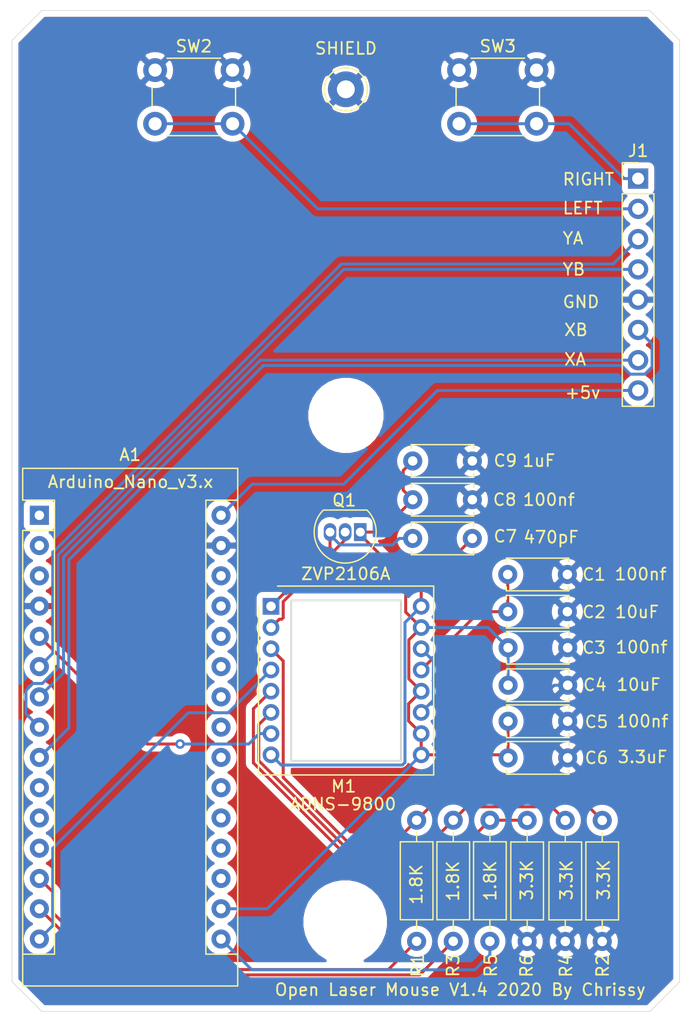
<source format=kicad_pcb>
(kicad_pcb (version 20171130) (host pcbnew "(5.1.4-0-10_14)")
  (layers (0 F.Cu signal) (31 B.Cu signal) (34 B.Paste user) (35 F.Paste user) (36 B.SilkS user) (37 F.SilkS user) (38 B.Mask user) (39 F.Mask user) (44 Edge.Cuts user))
  (net 0 "")
  (net 1 MOTION)
  (net 2 MOSI)
  (net 3 SCLK)
  (net 4 MISO)
  (net 5 NCS)
  (net 6 LASER_NEN)
  (net 7 HQ_PULSE)
  (net 8 VQ_PULSE)
  (net 9 H_PULSE)
  (net 10 V_PULSE)
  (net 11 B1_LEFT)
  (net 12 B2_RIGHT)
  (net 13 +5V)
  (net 14 GND)
  (net 15 SCLK-H)
  (net 16 MOSI-H)
  (net 17 NCS-H)
  (net 18 +3V3)
  (net 19 "Net-(A1-Pad1)")
  (net 20 "Net-(C1-Pad1)")
  (net 21 "Net-(C7-Pad2)")
  (net 22 "Net-(C7-Pad1)")
  (net 23 "Net-(A1-Pad28)")
  (net 24 "Net-(A1-Pad12)")
  (net 25 "Net-(A1-Pad27)")
  (net 26 "Net-(A1-Pad11)")
  (net 27 "Net-(A1-Pad26)")
  (net 28 "Net-(A1-Pad10)")
  (net 29 "Net-(A1-Pad25)")
  (net 30 "Net-(A1-Pad24)")
  (net 31 "Net-(A1-Pad23)")
  (net 32 "Net-(A1-Pad22)")
  (net 33 "Net-(A1-Pad21)")
  (net 34 "Net-(A1-Pad20)")
  (net 35 "Net-(A1-Pad19)")
  (net 36 "Net-(A1-Pad3)")
  (net 37 "Net-(A1-Pad18)")
  (net 38 "Net-(A1-Pad2)")
  (module Capacitor_THT:C_Disc_D5.0mm_W2.5mm_P5.00mm (layer F.Cu) (at 81.6102 99.6442)
    (fp_text reference C5 (at 7.4168 0.0508) (layer F.SilkS))
    (fp_text value 100nf (at 11.2776 0) (layer F.SilkS))
    (fp_line (start 5.12 1.055) (end 5.12 1.37) (layer F.SilkS) (width 0.12))
    (fp_line (start 5.12 -1.37) (end 5.12 -1.055) (layer F.SilkS) (width 0.12))
    (fp_line (start -0.12 1.055) (end -0.12 1.37) (layer F.SilkS) (width 0.12))
    (fp_line (start -0.12 -1.37) (end -0.12 -1.055) (layer F.SilkS) (width 0.12))
    (fp_line (start -0.12 1.37) (end 5.12 1.37) (layer F.SilkS) (width 0.12))
    (fp_line (start -0.12 -1.37) (end 5.12 -1.37) (layer F.SilkS) (width 0.12))
    (pad 2 thru_hole circle (at 5 0) (size 1.6 1.6) (drill 0.8) (layers *.Cu *.Mask) (net 14 GND))
    (pad 1 thru_hole circle (at 0 0) (size 1.6 1.6) (drill 0.8) (layers *.Cu *.Mask) (net 18 +3V3))
  )
  (module Capacitor_THT:C_Disc_D5.0mm_W2.5mm_P5.00mm (layer F.Cu) (at 78.613 77.8002 180)
    (fp_text reference C9 (at -2.7686 0.0254 180) (layer F.SilkS))
    (fp_text value 1uF (at -5.588 0.0254 180) (layer F.SilkS))
    (fp_line (start -0.12 -1.37) (end 5.12 -1.37) (layer F.SilkS) (width 0.12))
    (fp_line (start -0.12 1.37) (end 5.12 1.37) (layer F.SilkS) (width 0.12))
    (fp_line (start -0.12 -1.37) (end -0.12 -1.055) (layer F.SilkS) (width 0.12))
    (fp_line (start -0.12 1.055) (end -0.12 1.37) (layer F.SilkS) (width 0.12))
    (fp_line (start 5.12 -1.37) (end 5.12 -1.055) (layer F.SilkS) (width 0.12))
    (fp_line (start 5.12 1.055) (end 5.12 1.37) (layer F.SilkS) (width 0.12))
    (pad 1 thru_hole circle (at 0 0 180) (size 1.6 1.6) (drill 0.8) (layers *.Cu *.Mask) (net 14 GND))
    (pad 2 thru_hole circle (at 5 0 180) (size 1.6 1.6) (drill 0.8) (layers *.Cu *.Mask) (net 18 +3V3))
  )
  (module Module:Arduino_Nano (layer F.Cu) (at 42.291 82.3595)
    (fp_text reference A1 (at 7.62 -5.08) (layer F.SilkS))
    (fp_text value Arduino_Nano_v3.x (at 7.6454 -2.8067 180) (layer F.SilkS))
    (fp_line (start 16.64 -3.94) (end -1.4 -3.94) (layer F.SilkS) (width 0.12))
    (fp_line (start 16.64 39.5) (end 16.64 -3.94) (layer F.SilkS) (width 0.12))
    (fp_line (start -1.4 39.5) (end 16.64 39.5) (layer F.SilkS) (width 0.12))
    (fp_line (start 1.27 36.83) (end -1.4 36.83) (layer F.SilkS) (width 0.12))
    (fp_line (start 1.27 1.27) (end 1.27 36.83) (layer F.SilkS) (width 0.12))
    (fp_line (start 1.27 1.27) (end -1.4 1.27) (layer F.SilkS) (width 0.12))
    (fp_line (start 13.97 36.83) (end 16.64 36.83) (layer F.SilkS) (width 0.12))
    (fp_line (start 13.97 -1.27) (end 13.97 36.83) (layer F.SilkS) (width 0.12))
    (fp_line (start 13.97 -1.27) (end 16.64 -1.27) (layer F.SilkS) (width 0.12))
    (fp_line (start -1.4 -3.94) (end -1.4 -1.27) (layer F.SilkS) (width 0.12))
    (fp_line (start -1.4 1.27) (end -1.4 39.5) (layer F.SilkS) (width 0.12))
    (fp_line (start 1.27 -1.27) (end -1.4 -1.27) (layer F.SilkS) (width 0.12))
    (fp_line (start 1.27 1.27) (end 1.27 -1.27) (layer F.SilkS) (width 0.12))
    (pad 16 thru_hole oval (at 15.24 35.56) (size 1.6 1.6) (drill 0.8) (layers *.Cu *.Mask) (net 15 SCLK-H))
    (pad 15 thru_hole oval (at 0 35.56) (size 1.6 1.6) (drill 0.8) (layers *.Cu *.Mask) (net 4 MISO))
    (pad 30 thru_hole oval (at 15.24 0) (size 1.6 1.6) (drill 0.8) (layers *.Cu *.Mask) (net 13 +5V))
    (pad 14 thru_hole oval (at 0 33.02) (size 1.6 1.6) (drill 0.8) (layers *.Cu *.Mask) (net 16 MOSI-H))
    (pad 29 thru_hole oval (at 15.24 2.54) (size 1.6 1.6) (drill 0.8) (layers *.Cu *.Mask) (net 14 GND))
    (pad 13 thru_hole oval (at 0 30.48) (size 1.6 1.6) (drill 0.8) (layers *.Cu *.Mask) (net 17 NCS-H))
    (pad 28 thru_hole oval (at 15.24 5.08) (size 1.6 1.6) (drill 0.8) (layers *.Cu *.Mask) (net 23 "Net-(A1-Pad28)"))
    (pad 12 thru_hole oval (at 0 27.94) (size 1.6 1.6) (drill 0.8) (layers *.Cu *.Mask) (net 24 "Net-(A1-Pad12)"))
    (pad 27 thru_hole oval (at 15.24 7.62) (size 1.6 1.6) (drill 0.8) (layers *.Cu *.Mask) (net 25 "Net-(A1-Pad27)"))
    (pad 11 thru_hole oval (at 0 25.4) (size 1.6 1.6) (drill 0.8) (layers *.Cu *.Mask) (net 26 "Net-(A1-Pad11)"))
    (pad 26 thru_hole oval (at 15.24 10.16) (size 1.6 1.6) (drill 0.8) (layers *.Cu *.Mask) (net 27 "Net-(A1-Pad26)"))
    (pad 10 thru_hole oval (at 0 22.86) (size 1.6 1.6) (drill 0.8) (layers *.Cu *.Mask) (net 28 "Net-(A1-Pad10)"))
    (pad 25 thru_hole oval (at 15.24 12.7) (size 1.6 1.6) (drill 0.8) (layers *.Cu *.Mask) (net 29 "Net-(A1-Pad25)"))
    (pad 9 thru_hole oval (at 0 20.32) (size 1.6 1.6) (drill 0.8) (layers *.Cu *.Mask) (net 7 HQ_PULSE))
    (pad 24 thru_hole oval (at 15.24 15.24) (size 1.6 1.6) (drill 0.8) (layers *.Cu *.Mask) (net 30 "Net-(A1-Pad24)"))
    (pad 8 thru_hole oval (at 0 17.78) (size 1.6 1.6) (drill 0.8) (layers *.Cu *.Mask) (net 8 VQ_PULSE))
    (pad 23 thru_hole oval (at 15.24 17.78) (size 1.6 1.6) (drill 0.8) (layers *.Cu *.Mask) (net 31 "Net-(A1-Pad23)"))
    (pad 7 thru_hole oval (at 0 15.24) (size 1.6 1.6) (drill 0.8) (layers *.Cu *.Mask) (net 9 H_PULSE))
    (pad 22 thru_hole oval (at 15.24 20.32) (size 1.6 1.6) (drill 0.8) (layers *.Cu *.Mask) (net 32 "Net-(A1-Pad22)"))
    (pad 6 thru_hole oval (at 0 12.7) (size 1.6 1.6) (drill 0.8) (layers *.Cu *.Mask) (net 10 V_PULSE))
    (pad 21 thru_hole oval (at 15.24 22.86) (size 1.6 1.6) (drill 0.8) (layers *.Cu *.Mask) (net 33 "Net-(A1-Pad21)"))
    (pad 5 thru_hole oval (at 0 10.16) (size 1.6 1.6) (drill 0.8) (layers *.Cu *.Mask) (net 1 MOTION))
    (pad 20 thru_hole oval (at 15.24 25.4) (size 1.6 1.6) (drill 0.8) (layers *.Cu *.Mask) (net 34 "Net-(A1-Pad20)"))
    (pad 4 thru_hole oval (at 0 7.62) (size 1.6 1.6) (drill 0.8) (layers *.Cu *.Mask) (net 14 GND))
    (pad 19 thru_hole oval (at 15.24 27.94) (size 1.6 1.6) (drill 0.8) (layers *.Cu *.Mask) (net 35 "Net-(A1-Pad19)"))
    (pad 3 thru_hole oval (at 0 5.08) (size 1.6 1.6) (drill 0.8) (layers *.Cu *.Mask) (net 36 "Net-(A1-Pad3)"))
    (pad 18 thru_hole oval (at 15.24 30.48) (size 1.6 1.6) (drill 0.8) (layers *.Cu *.Mask) (net 37 "Net-(A1-Pad18)"))
    (pad 2 thru_hole oval (at 0 2.54) (size 1.6 1.6) (drill 0.8) (layers *.Cu *.Mask) (net 38 "Net-(A1-Pad2)"))
    (pad 17 thru_hole oval (at 15.24 33.02) (size 1.6 1.6) (drill 0.8) (layers *.Cu *.Mask) (net 18 +3V3))
    (pad 1 thru_hole rect (at 0 0) (size 1.6 1.6) (drill 0.8) (layers *.Cu *.Mask) (net 19 "Net-(A1-Pad1)"))
  )
  (module Package_TO_SOT_THT:TO-92_Inline (layer F.Cu) (at 69.215 83.7692 180)
    (fp_text reference Q1 (at 1.3462 2.667 180) (layer F.SilkS))
    (fp_text value ZVP2106A (at 1.2192 -3.5052) (layer F.SilkS))
    (fp_arc (start 1.27 0) (end 1.27 -2.6) (angle 135) (layer F.SilkS) (width 0.12))
    (fp_arc (start 1.27 0) (end 1.27 -2.6) (angle -135) (layer F.SilkS) (width 0.12))
    (fp_line (start -0.53 1.85) (end 3.07 1.85) (layer F.SilkS) (width 0.12))
    (pad S thru_hole rect (at 0 0 180) (size 1.05 1.5) (drill 0.75) (layers *.Cu *.Mask) (net 18 +3V3))
    (pad D thru_hole oval (at 2.54 0 180) (size 1.05 1.5) (drill 0.75) (layers *.Cu *.Mask) (net 22 "Net-(C7-Pad1)"))
    (pad G thru_hole oval (at 1.27 0 180) (size 1.05 1.5) (drill 0.75) (layers *.Cu *.Mask) (net 6 LASER_NEN))
  )
  (module Resistor_THT:R_Axial_DIN0207_L6.3mm_D2.5mm_P10.16mm_Horizontal (layer F.Cu) (at 83.2104 118.1227 90)
    (fp_text reference R6 (at -2.0447 -0.0508 90) (layer F.SilkS))
    (fp_text value 3.3K (at 5.1435 -0.0254 90) (layer F.SilkS))
    (fp_line (start 9.12 0) (end 8.35 0) (layer F.SilkS) (width 0.12))
    (fp_line (start 1.04 0) (end 1.81 0) (layer F.SilkS) (width 0.12))
    (fp_line (start 8.35 -1.37) (end 1.81 -1.37) (layer F.SilkS) (width 0.12))
    (fp_line (start 8.35 1.37) (end 8.35 -1.37) (layer F.SilkS) (width 0.12))
    (fp_line (start 1.81 1.37) (end 8.35 1.37) (layer F.SilkS) (width 0.12))
    (fp_line (start 1.81 -1.37) (end 1.81 1.37) (layer F.SilkS) (width 0.12))
    (pad 2 thru_hole oval (at 10.16 0 90) (size 1.6 1.6) (drill 0.8) (layers *.Cu *.Mask) (net 3 SCLK))
    (pad 1 thru_hole circle (at 0 0 90) (size 1.6 1.6) (drill 0.8) (layers *.Cu *.Mask) (net 14 GND))
  )
  (module Resistor_THT:R_Axial_DIN0207_L6.3mm_D2.5mm_P10.16mm_Horizontal (layer F.Cu) (at 80.0862 107.95 270)
    (fp_text reference R5 (at 12.192 -0.0762 270) (layer F.SilkS))
    (fp_text value 1.8K (at 5.08 -0.0254 270) (layer F.SilkS))
    (fp_line (start 9.12 0) (end 8.35 0) (layer F.SilkS) (width 0.12))
    (fp_line (start 1.04 0) (end 1.81 0) (layer F.SilkS) (width 0.12))
    (fp_line (start 8.35 -1.37) (end 1.81 -1.37) (layer F.SilkS) (width 0.12))
    (fp_line (start 8.35 1.37) (end 8.35 -1.37) (layer F.SilkS) (width 0.12))
    (fp_line (start 1.81 1.37) (end 8.35 1.37) (layer F.SilkS) (width 0.12))
    (fp_line (start 1.81 -1.37) (end 1.81 1.37) (layer F.SilkS) (width 0.12))
    (pad 2 thru_hole oval (at 10.16 0 270) (size 1.6 1.6) (drill 0.8) (layers *.Cu *.Mask) (net 15 SCLK-H))
    (pad 1 thru_hole circle (at 0 0 270) (size 1.6 1.6) (drill 0.8) (layers *.Cu *.Mask) (net 3 SCLK))
  )
  (module Resistor_THT:R_Axial_DIN0207_L6.3mm_D2.5mm_P10.16mm_Horizontal (layer F.Cu) (at 86.4108 118.1227 90)
    (fp_text reference R4 (at -2.0447 0.063 90) (layer F.SilkS))
    (fp_text value 3.3K (at 5.1435 0.1016 90) (layer F.SilkS))
    (fp_line (start 9.12 0) (end 8.35 0) (layer F.SilkS) (width 0.12))
    (fp_line (start 1.04 0) (end 1.81 0) (layer F.SilkS) (width 0.12))
    (fp_line (start 8.35 -1.37) (end 1.81 -1.37) (layer F.SilkS) (width 0.12))
    (fp_line (start 8.35 1.37) (end 8.35 -1.37) (layer F.SilkS) (width 0.12))
    (fp_line (start 1.81 1.37) (end 8.35 1.37) (layer F.SilkS) (width 0.12))
    (fp_line (start 1.81 -1.37) (end 1.81 1.37) (layer F.SilkS) (width 0.12))
    (pad 2 thru_hole oval (at 10.16 0 90) (size 1.6 1.6) (drill 0.8) (layers *.Cu *.Mask) (net 2 MOSI))
    (pad 1 thru_hole circle (at 0 0 90) (size 1.6 1.6) (drill 0.8) (layers *.Cu *.Mask) (net 14 GND))
  )
  (module Resistor_THT:R_Axial_DIN0207_L6.3mm_D2.5mm_P10.16mm_Horizontal (layer F.Cu) (at 77.0128 107.95 270)
    (fp_text reference R3 (at 12.192 0.0122 270) (layer F.SilkS))
    (fp_text value 1.8K (at 5.1054 0.0254 270) (layer F.SilkS))
    (fp_line (start 9.12 0) (end 8.35 0) (layer F.SilkS) (width 0.12))
    (fp_line (start 1.04 0) (end 1.81 0) (layer F.SilkS) (width 0.12))
    (fp_line (start 8.35 -1.37) (end 1.81 -1.37) (layer F.SilkS) (width 0.12))
    (fp_line (start 8.35 1.37) (end 8.35 -1.37) (layer F.SilkS) (width 0.12))
    (fp_line (start 1.81 1.37) (end 8.35 1.37) (layer F.SilkS) (width 0.12))
    (fp_line (start 1.81 -1.37) (end 1.81 1.37) (layer F.SilkS) (width 0.12))
    (pad 2 thru_hole oval (at 10.16 0 270) (size 1.6 1.6) (drill 0.8) (layers *.Cu *.Mask) (net 16 MOSI-H))
    (pad 1 thru_hole circle (at 0 0 270) (size 1.6 1.6) (drill 0.8) (layers *.Cu *.Mask) (net 2 MOSI))
  )
  (module Resistor_THT:R_Axial_DIN0207_L6.3mm_D2.5mm_P10.16mm_Horizontal (layer F.Cu) (at 89.5096 118.1227 90)
    (fp_text reference R2 (at -2.0447 0.0376 90) (layer F.SilkS))
    (fp_text value 3.3K (at 5.1689 0.127 90) (layer F.SilkS))
    (fp_line (start 9.12 0) (end 8.35 0) (layer F.SilkS) (width 0.12))
    (fp_line (start 1.04 0) (end 1.81 0) (layer F.SilkS) (width 0.12))
    (fp_line (start 8.35 -1.37) (end 1.81 -1.37) (layer F.SilkS) (width 0.12))
    (fp_line (start 8.35 1.37) (end 8.35 -1.37) (layer F.SilkS) (width 0.12))
    (fp_line (start 1.81 1.37) (end 8.35 1.37) (layer F.SilkS) (width 0.12))
    (fp_line (start 1.81 -1.37) (end 1.81 1.37) (layer F.SilkS) (width 0.12))
    (pad 2 thru_hole oval (at 10.16 0 90) (size 1.6 1.6) (drill 0.8) (layers *.Cu *.Mask) (net 5 NCS))
    (pad 1 thru_hole circle (at 0 0 90) (size 1.6 1.6) (drill 0.8) (layers *.Cu *.Mask) (net 14 GND))
  )
  (module Resistor_THT:R_Axial_DIN0207_L6.3mm_D2.5mm_P10.16mm_Horizontal (layer F.Cu) (at 73.9394 107.95 270)
    (fp_text reference R1 (at 12.192 -0.0894 270) (layer F.SilkS))
    (fp_text value 1.8K (at 5.3848 0.0254 270) (layer F.SilkS))
    (fp_line (start 9.12 0) (end 8.35 0) (layer F.SilkS) (width 0.12))
    (fp_line (start 1.04 0) (end 1.81 0) (layer F.SilkS) (width 0.12))
    (fp_line (start 8.35 -1.37) (end 1.81 -1.37) (layer F.SilkS) (width 0.12))
    (fp_line (start 8.35 1.37) (end 8.35 -1.37) (layer F.SilkS) (width 0.12))
    (fp_line (start 1.81 1.37) (end 8.35 1.37) (layer F.SilkS) (width 0.12))
    (fp_line (start 1.81 -1.37) (end 1.81 1.37) (layer F.SilkS) (width 0.12))
    (pad 2 thru_hole oval (at 10.16 0 270) (size 1.6 1.6) (drill 0.8) (layers *.Cu *.Mask) (net 17 NCS-H))
    (pad 1 thru_hole circle (at 0 0 270) (size 1.6 1.6) (drill 0.8) (layers *.Cu *.Mask) (net 5 NCS))
  )
  (module Capacitor_THT:C_Disc_D5.0mm_W2.5mm_P5.00mm (layer F.Cu) (at 78.613 81.0514 180)
    (fp_text reference C8 (at -2.7178 0 180) (layer F.SilkS))
    (fp_text value 100nf (at -6.4262 0 180) (layer F.SilkS))
    (fp_line (start 5.12 1.055) (end 5.12 1.37) (layer F.SilkS) (width 0.12))
    (fp_line (start 5.12 -1.37) (end 5.12 -1.055) (layer F.SilkS) (width 0.12))
    (fp_line (start -0.12 1.055) (end -0.12 1.37) (layer F.SilkS) (width 0.12))
    (fp_line (start -0.12 -1.37) (end -0.12 -1.055) (layer F.SilkS) (width 0.12))
    (fp_line (start -0.12 1.37) (end 5.12 1.37) (layer F.SilkS) (width 0.12))
    (fp_line (start -0.12 -1.37) (end 5.12 -1.37) (layer F.SilkS) (width 0.12))
    (pad 2 thru_hole circle (at 5 0 180) (size 1.6 1.6) (drill 0.8) (layers *.Cu *.Mask) (net 18 +3V3))
    (pad 1 thru_hole circle (at 0 0 180) (size 1.6 1.6) (drill 0.8) (layers *.Cu *.Mask) (net 14 GND))
  )
  (module Capacitor_THT:C_Disc_D5.0mm_W2.5mm_P5.00mm (layer F.Cu) (at 73.6092 84.3026)
    (fp_text reference C7 (at 7.7724 -0.1778) (layer F.SilkS))
    (fp_text value 470pF (at 11.6078 -0.1016) (layer F.SilkS))
    (fp_line (start 5.12 1.055) (end 5.12 1.37) (layer F.SilkS) (width 0.12))
    (fp_line (start 5.12 -1.37) (end 5.12 -1.055) (layer F.SilkS) (width 0.12))
    (fp_line (start -0.12 1.055) (end -0.12 1.37) (layer F.SilkS) (width 0.12))
    (fp_line (start -0.12 -1.37) (end -0.12 -1.055) (layer F.SilkS) (width 0.12))
    (fp_line (start -0.12 1.37) (end 5.12 1.37) (layer F.SilkS) (width 0.12))
    (fp_line (start -0.12 -1.37) (end 5.12 -1.37) (layer F.SilkS) (width 0.12))
    (pad 2 thru_hole circle (at 5 0) (size 1.6 1.6) (drill 0.8) (layers *.Cu *.Mask) (net 21 "Net-(C7-Pad2)"))
    (pad 1 thru_hole circle (at 0 0) (size 1.6 1.6) (drill 0.8) (layers *.Cu *.Mask) (net 22 "Net-(C7-Pad1)"))
  )
  (module Capacitor_THT:C_Disc_D5.0mm_W2.5mm_P5.00mm (layer F.Cu) (at 81.6102 102.7176)
    (fp_text reference C6 (at 7.4168 0) (layer F.SilkS))
    (fp_text value 3.3uF (at 11.2776 -0.0762) (layer F.SilkS))
    (fp_line (start 5.12 1.055) (end 5.12 1.37) (layer F.SilkS) (width 0.12))
    (fp_line (start 5.12 -1.37) (end 5.12 -1.055) (layer F.SilkS) (width 0.12))
    (fp_line (start -0.12 1.055) (end -0.12 1.37) (layer F.SilkS) (width 0.12))
    (fp_line (start -0.12 -1.37) (end -0.12 -1.055) (layer F.SilkS) (width 0.12))
    (fp_line (start -0.12 1.37) (end 5.12 1.37) (layer F.SilkS) (width 0.12))
    (fp_line (start -0.12 -1.37) (end 5.12 -1.37) (layer F.SilkS) (width 0.12))
    (pad 2 thru_hole circle (at 5 0) (size 1.6 1.6) (drill 0.8) (layers *.Cu *.Mask) (net 14 GND))
    (pad 1 thru_hole circle (at 0 0) (size 1.6 1.6) (drill 0.8) (layers *.Cu *.Mask) (net 18 +3V3))
  )
  (module Capacitor_THT:C_Disc_D5.0mm_W2.5mm_P5.00mm (layer F.Cu) (at 86.614 96.6216 180)
    (fp_text reference C4 (at -2.286 0.0254 180) (layer F.SilkS))
    (fp_text value 10uF (at -5.9436 0.0508 180) (layer F.SilkS))
    (fp_line (start 5.12 1.055) (end 5.12 1.37) (layer F.SilkS) (width 0.12))
    (fp_line (start 5.12 -1.37) (end 5.12 -1.055) (layer F.SilkS) (width 0.12))
    (fp_line (start -0.12 1.055) (end -0.12 1.37) (layer F.SilkS) (width 0.12))
    (fp_line (start -0.12 -1.37) (end -0.12 -1.055) (layer F.SilkS) (width 0.12))
    (fp_line (start -0.12 1.37) (end 5.12 1.37) (layer F.SilkS) (width 0.12))
    (fp_line (start -0.12 -1.37) (end 5.12 -1.37) (layer F.SilkS) (width 0.12))
    (pad 2 thru_hole circle (at 5 0 180) (size 1.6 1.6) (drill 0.8) (layers *.Cu *.Mask) (net 18 +3V3))
    (pad 1 thru_hole circle (at 0 0 180) (size 1.6 1.6) (drill 0.8) (layers *.Cu *.Mask) (net 14 GND))
  )
  (module Capacitor_THT:C_Disc_D5.0mm_W2.5mm_P5.00mm (layer F.Cu) (at 86.614 93.472 180)
    (fp_text reference C3 (at -2.2098 0 180) (layer F.SilkS))
    (fp_text value 100nf (at -6.1976 0.0508 180) (layer F.SilkS))
    (fp_line (start 5.12 1.055) (end 5.12 1.37) (layer F.SilkS) (width 0.12))
    (fp_line (start 5.12 -1.37) (end 5.12 -1.055) (layer F.SilkS) (width 0.12))
    (fp_line (start -0.12 1.055) (end -0.12 1.37) (layer F.SilkS) (width 0.12))
    (fp_line (start -0.12 -1.37) (end -0.12 -1.055) (layer F.SilkS) (width 0.12))
    (fp_line (start -0.12 1.37) (end 5.12 1.37) (layer F.SilkS) (width 0.12))
    (fp_line (start -0.12 -1.37) (end 5.12 -1.37) (layer F.SilkS) (width 0.12))
    (pad 2 thru_hole circle (at 5 0 180) (size 1.6 1.6) (drill 0.8) (layers *.Cu *.Mask) (net 18 +3V3))
    (pad 1 thru_hole circle (at 0 0 180) (size 1.6 1.6) (drill 0.8) (layers *.Cu *.Mask) (net 14 GND))
  )
  (module Capacitor_THT:C_Disc_D5.0mm_W2.5mm_P5.00mm (layer F.Cu) (at 81.5848 90.4494)
    (fp_text reference C2 (at 7.239 0.0254) (layer F.SilkS))
    (fp_text value 10uF (at 10.8458 0.0254) (layer F.SilkS))
    (fp_line (start 5.12 1.055) (end 5.12 1.37) (layer F.SilkS) (width 0.12))
    (fp_line (start 5.12 -1.37) (end 5.12 -1.055) (layer F.SilkS) (width 0.12))
    (fp_line (start -0.12 1.055) (end -0.12 1.37) (layer F.SilkS) (width 0.12))
    (fp_line (start -0.12 -1.37) (end -0.12 -1.055) (layer F.SilkS) (width 0.12))
    (fp_line (start -0.12 1.37) (end 5.12 1.37) (layer F.SilkS) (width 0.12))
    (fp_line (start -0.12 -1.37) (end 5.12 -1.37) (layer F.SilkS) (width 0.12))
    (pad 2 thru_hole circle (at 5 0) (size 1.6 1.6) (drill 0.8) (layers *.Cu *.Mask) (net 14 GND))
    (pad 1 thru_hole circle (at 0 0) (size 1.6 1.6) (drill 0.8) (layers *.Cu *.Mask) (net 20 "Net-(C1-Pad1)"))
  )
  (module Capacitor_THT:C_Disc_D5.0mm_W2.5mm_P5.00mm (layer F.Cu) (at 81.5848 87.3252)
    (fp_text reference C1 (at 7.239 0) (layer F.SilkS))
    (fp_text value 100nf (at 11.1506 -0.0254) (layer F.SilkS))
    (fp_line (start 5.12 1.055) (end 5.12 1.37) (layer F.SilkS) (width 0.12))
    (fp_line (start 5.12 -1.37) (end 5.12 -1.055) (layer F.SilkS) (width 0.12))
    (fp_line (start -0.12 1.055) (end -0.12 1.37) (layer F.SilkS) (width 0.12))
    (fp_line (start -0.12 -1.37) (end -0.12 -1.055) (layer F.SilkS) (width 0.12))
    (fp_line (start -0.12 1.37) (end 5.12 1.37) (layer F.SilkS) (width 0.12))
    (fp_line (start -0.12 -1.37) (end 5.12 -1.37) (layer F.SilkS) (width 0.12))
    (pad 2 thru_hole circle (at 5 0) (size 1.6 1.6) (drill 0.8) (layers *.Cu *.Mask) (net 14 GND))
    (pad 1 thru_hole circle (at 0 0) (size 1.6 1.6) (drill 0.8) (layers *.Cu *.Mask) (net 20 "Net-(C1-Pad1)"))
  )
  (module MountingHole:MountingHole_5.3mm_M5 (layer F.Cu) (at 67.945 116.5)
    (fp_text reference MH2 hide)
    (fp_text value "Mouse Hole 2" hide)
    (pad "" np_thru_hole circle (at 0 0) (size 6 6) (drill 6) (layers *.Cu *.Mask))
  )
  (module MountingHole:MountingHole_5.3mm_M5 (layer F.Cu) (at 68.0085 73.9775)
    (fp_text reference MH1 hide)
    (fp_text value "Mouse Hole 1" hide)
    (pad 1 np_thru_hole circle (at 0 0) (size 5.3 5.3) (drill 5.3) (layers *.Cu *.Mask))
  )
  (module Connector_Pin:Pin_D1.3mm_L11.0mm_LooseFit (layer F.Cu) (at 68 46.609)
    (fp_text reference SH1 hide)
    (fp_text value SHEILD)
    (fp_circle (center 0 0) (end 1.8 0.05) (layer F.SilkS) (width 0.12))
    (pad 1 thru_hole circle (at 0 0) (size 3 3) (drill 1.5) (layers *.Cu *.Mask) (net 14 GND))
  )
  (module Button_Switch_THT:SW_PUSH_6mm (layer F.Cu) (at 77.5 45)
    (fp_text reference SW3 (at 3.25 -2) (layer F.SilkS))
    (fp_text value RIGHT)
    (fp_line (start 6.75 3) (end 6.75 1.5) (layer F.SilkS) (width 0.12))
    (fp_line (start 5.5 -1) (end 1 -1) (layer F.SilkS) (width 0.12))
    (fp_line (start -0.25 1.5) (end -0.25 3) (layer F.SilkS) (width 0.12))
    (fp_line (start 1 5.5) (end 5.5 5.5) (layer F.SilkS) (width 0.12))
    (pad 1 thru_hole circle (at 6.5 0 90) (size 2 2) (drill 1.1) (layers *.Cu *.Mask) (net 14 GND))
    (pad 2 thru_hole circle (at 6.5 4.5 90) (size 2 2) (drill 1.1) (layers *.Cu *.Mask) (net 12 B2_RIGHT))
    (pad 1 thru_hole circle (at 0 0 90) (size 2 2) (drill 1.1) (layers *.Cu *.Mask) (net 14 GND))
    (pad 2 thru_hole circle (at 0 4.5 90) (size 2 2) (drill 1.1) (layers *.Cu *.Mask) (net 12 B2_RIGHT))
  )
  (module Button_Switch_THT:SW_PUSH_6mm (layer F.Cu) (at 52 45)
    (fp_text reference SW2 (at 3.25 -2) (layer F.SilkS))
    (fp_text value LEFT)
    (fp_line (start 6.75 3) (end 6.75 1.5) (layer F.SilkS) (width 0.12))
    (fp_line (start 5.5 -1) (end 1 -1) (layer F.SilkS) (width 0.12))
    (fp_line (start -0.25 1.5) (end -0.25 3) (layer F.SilkS) (width 0.12))
    (fp_line (start 1 5.5) (end 5.5 5.5) (layer F.SilkS) (width 0.12))
    (pad 1 thru_hole circle (at 6.5 0 90) (size 2 2) (drill 1.1) (layers *.Cu *.Mask) (net 14 GND))
    (pad 2 thru_hole circle (at 6.5 4.5 90) (size 2 2) (drill 1.1) (layers *.Cu *.Mask) (net 11 B1_LEFT))
    (pad 1 thru_hole circle (at 0 0 90) (size 2 2) (drill 1.1) (layers *.Cu *.Mask) (net 14 GND))
    (pad 2 thru_hole circle (at 0 4.5 90) (size 2 2) (drill 1.1) (layers *.Cu *.Mask) (net 11 B1_LEFT))
  )
  (module Connector_PinHeader_2.54mm:PinHeader_1x08_P2.54mm_Vertical (layer F.Cu) (at 92.5195 54.102)
    (fp_text reference J1 (at 0 -2.33) (layer F.SilkS))
    (fp_text value Amiga_Conn)
    (fp_line (start -1.33 -1.33) (end 0 -1.33) (layer F.SilkS) (width 0.12))
    (fp_line (start -1.33 0) (end -1.33 -1.33) (layer F.SilkS) (width 0.12))
    (fp_line (start -1.33 1.27) (end 1.33 1.27) (layer F.SilkS) (width 0.12))
    (fp_line (start 1.33 1.27) (end 1.33 19.11) (layer F.SilkS) (width 0.12))
    (fp_line (start -1.33 1.27) (end -1.33 19.11) (layer F.SilkS) (width 0.12))
    (fp_line (start -1.33 19.11) (end 1.33 19.11) (layer F.SilkS) (width 0.12))
    (pad 8 thru_hole oval (at 0 17.78) (size 1.7 1.7) (drill 1) (layers *.Cu *.Mask) (net 13 +5V))
    (pad 7 thru_hole oval (at 0 15.24) (size 1.7 1.7) (drill 1) (layers *.Cu *.Mask) (net 9 H_PULSE))
    (pad 6 thru_hole oval (at 0 12.7) (size 1.7 1.7) (drill 1) (layers *.Cu *.Mask) (net 7 HQ_PULSE))
    (pad 5 thru_hole oval (at 0 10.16) (size 1.7 1.7) (drill 1) (layers *.Cu *.Mask) (net 14 GND))
    (pad 4 thru_hole oval (at 0 7.62) (size 1.7 1.7) (drill 1) (layers *.Cu *.Mask) (net 8 VQ_PULSE))
    (pad 3 thru_hole oval (at 0 5.08) (size 1.7 1.7) (drill 1) (layers *.Cu *.Mask) (net 10 V_PULSE))
    (pad 2 thru_hole oval (at 0 2.54) (size 1.7 1.7) (drill 1) (layers *.Cu *.Mask) (net 11 B1_LEFT))
    (pad 1 thru_hole rect (at 0 0) (size 1.7 1.7) (drill 1) (layers *.Cu *.Mask) (net 12 B2_RIGHT))
  )
  (module OptoDevice:ADNS-9800 (layer F.Cu) (at 61.722 90)
    (fp_text reference M1 (at 6.096 15.1052 180) (layer F.SilkS))
    (fp_text value ADNS-9800 (at 6.0452 16.6038) (layer F.SilkS))
    (fp_line (start 1.7 12.96) (end 1.7 -0.5) (layer Edge.Cuts) (width 0.15))
    (fp_line (start 1.7 -0.5) (end 10.9 -0.5) (layer Edge.Cuts) (width 0.15))
    (fp_line (start 10.9 -0.5) (end 10.9 12.96) (layer Edge.Cuts) (width 0.15))
    (fp_line (start 10.9 12.96) (end 1.7 12.96) (layer Edge.Cuts) (width 0.15))
    (fp_line (start 0.55 -1.7) (end 13.65 -1.7) (layer F.SilkS) (width 0.12))
    (fp_line (start 13.65 -1.7) (end 13.65 14.15) (layer F.SilkS) (width 0.12))
    (fp_line (start 13.65 14.15) (end -1.05 14.15) (layer F.SilkS) (width 0.12))
    (fp_line (start -1.05 14.15) (end -1.05 0) (layer F.SilkS) (width 0.12))
    (pad 16 thru_hole circle (at 12.6 0) (size 1.4 1.4) (drill 0.8) (layers *.Cu *.Mask) (net 21 "Net-(C7-Pad2)"))
    (pad 15 thru_hole circle (at 12.6 1.78) (size 1.4 1.4) (drill 0.8) (layers *.Cu *.Mask) (net 18 +3V3))
    (pad 14 thru_hole circle (at 12.6 3.56) (size 1.4 1.4) (drill 0.8) (layers *.Cu *.Mask) (net 14 GND))
    (pad 13 thru_hole circle (at 12.6 5.34) (size 1.4 1.4) (drill 0.8) (layers *.Cu *.Mask) (net 20 "Net-(C1-Pad1)"))
    (pad 12 thru_hole circle (at 12.6 7.12) (size 1.4 1.4) (drill 0.8) (layers *.Cu *.Mask) (net 18 +3V3))
    (pad 11 thru_hole circle (at 12.6 8.9) (size 1.4 1.4) (drill 0.8) (layers *.Cu *.Mask) (net 14 GND))
    (pad 10 thru_hole circle (at 12.6 10.68) (size 1.4 1.4) (drill 0.8) (layers *.Cu *.Mask) (net 18 +3V3))
    (pad 9 thru_hole circle (at 12.6 12.46) (size 1.4 1.4) (drill 0.8) (layers *.Cu *.Mask) (net 18 +3V3))
    (pad 8 thru_hole circle (at 0 12.46) (size 1.4 1.4) (drill 0.8) (layers *.Cu *.Mask) (net 21 "Net-(C7-Pad2)"))
    (pad 7 thru_hole circle (at 0 10.68) (size 1.4 1.4) (drill 0.8) (layers *.Cu *.Mask) (net 1 MOTION))
    (pad 6 thru_hole circle (at 0 8.9) (size 1.4 1.4) (drill 0.8) (layers *.Cu *.Mask) (net 2 MOSI))
    (pad 5 thru_hole circle (at 0 7.12) (size 1.4 1.4) (drill 0.8) (layers *.Cu *.Mask) (net 3 SCLK))
    (pad 4 thru_hole circle (at 0 5.34) (size 1.4 1.4) (drill 0.8) (layers *.Cu *.Mask) (net 4 MISO))
    (pad 3 thru_hole circle (at 0 3.56) (size 1.4 1.4) (drill 0.8) (layers *.Cu *.Mask) (net 5 NCS))
    (pad 2 thru_hole circle (at 0 1.78) (size 1.4 1.4) (drill 0.8) (layers *.Cu *.Mask) (net 6 LASER_NEN))
    (pad 1 thru_hole rect (at 0 0) (size 1.4 1.4) (drill 0.8) (layers *.Cu *.Mask) (net 22 "Net-(C7-Pad1)"))
  )
  (gr_text SHIELD (at 68.0085 43.18) (layer F.SilkS) (effects (font (size 1 1))))
  (gr_text +5v (at 86.2965 72.0725) (layer F.SilkS) (effects (font (size 1 1)) (justify left)))
  (gr_text XA (at 86.233 69.2785) (layer F.SilkS) (effects (font (size 1 1)) (justify left)))
  (gr_text XB (at 86.233 66.802) (layer F.SilkS) (effects (font (size 1 1)) (justify left)))
  (gr_text GND (at 86.106 64.4525) (layer F.SilkS) (effects (font (size 1 1)) (justify left)))
  (gr_text YB (at 86.106 61.722) (layer F.SilkS) (effects (font (size 1 1)) (justify left)))
  (gr_text YA (at 86.106 59.1185) (layer F.SilkS) (effects (font (size 1 1)) (justify left)))
  (gr_text LEFT (at 86.106 56.5785) (layer F.SilkS) (effects (font (size 1 1)) (justify left)))
  (gr_text RIGHT (at 86.106 54.1655) (layer F.SilkS) (effects (font (size 1 1)) (justify left)))
  (gr_text "Open Laser Mouse V1.4 2020 By Chrissy" (at 77.597 122.174) (layer F.SilkS) (effects (font (size 1 1))))
  (gr_line (start 93.5 124) (end 96 121.5) (layer Edge.Cuts) (width 0.05))
  (gr_line (start 40 121.5) (end 42.5 124) (layer Edge.Cuts) (width 0.05))
  (gr_line (start 40 42.5) (end 42.5 40) (layer Edge.Cuts) (width 0.05))
  (gr_line (start 93.5 40) (end 96 42.5) (layer Edge.Cuts) (width 0.05))
  (gr_line (start 96 42.5) (end 96 121.5) (layer Edge.Cuts) (width 0.05))
  (gr_line (start 42.5 124) (end 93.5 124) (layer Edge.Cuts) (width 0.05))
  (gr_line (start 40 42.5) (end 40 121.5) (layer Edge.Cuts) (width 0.05))
  (gr_line (start 42.5 40) (end 93.5 40) (layer Edge.Cuts) (width 0.05))
  (segment (start 42.291 92.5195) (end 48.7856 99.0141) (width 0.25) (layer F.Cu) (net 1))
  (segment (start 60.732051 100.68) (end 59.857552 101.554499) (width 0.25) (layer B.Cu) (net 1))
  (segment (start 59.857552 101.554499) (end 54.096701 101.554499) (width 0.25) (layer B.Cu) (net 1))
  (segment (start 61.722 100.68) (end 60.732051 100.68) (width 0.25) (layer B.Cu) (net 1))
  (segment (start 54.096701 101.554499) (end 54.096701 101.554499) (width 0.25) (layer B.Cu) (net 1))
  (via (at 54.096701 101.554499) (size 0.8) (drill 0.4) (layers F.Cu B.Cu) (net 1))
  (segment (start 51.325999 101.554499) (end 48.7856 99.0141) (width 0.25) (layer F.Cu) (net 1))
  (segment (start 54.096701 101.554499) (end 51.325999 101.554499) (width 0.25) (layer F.Cu) (net 1))
  (segment (start 85.610801 107.162701) (end 86.4108 107.9627) (width 0.25) (layer F.Cu) (net 2))
  (segment (start 85.273099 106.824999) (end 85.610801 107.162701) (width 0.25) (layer F.Cu) (net 2))
  (segment (start 78.137801 106.824999) (end 85.273099 106.824999) (width 0.25) (layer F.Cu) (net 2))
  (segment (start 77.0128 107.95) (end 78.137801 106.824999) (width 0.25) (layer F.Cu) (net 2))
  (segment (start 60.696999 102.952001) (end 67.879398 110.1344) (width 0.25) (layer F.Cu) (net 2))
  (segment (start 60.696999 99.925001) (end 60.696999 102.952001) (width 0.25) (layer F.Cu) (net 2))
  (segment (start 61.722 98.9) (end 60.696999 99.925001) (width 0.25) (layer F.Cu) (net 2))
  (segment (start 74.8284 110.1344) (end 77.0128 107.95) (width 0.25) (layer F.Cu) (net 2))
  (segment (start 67.879398 110.1344) (end 74.8284 110.1344) (width 0.25) (layer F.Cu) (net 2))
  (segment (start 83.1977 107.95) (end 83.2104 107.9627) (width 0.25) (layer F.Cu) (net 3))
  (segment (start 80.0862 107.95) (end 83.1977 107.95) (width 0.25) (layer F.Cu) (net 3))
  (segment (start 60.246989 103.138401) (end 60.246989 98.595011) (width 0.25) (layer F.Cu) (net 3))
  (segment (start 67.692997 110.584409) (end 60.246989 103.138401) (width 0.25) (layer F.Cu) (net 3))
  (segment (start 61.022001 97.819999) (end 61.722 97.12) (width 0.25) (layer F.Cu) (net 3))
  (segment (start 60.246989 98.595011) (end 61.022001 97.819999) (width 0.25) (layer F.Cu) (net 3))
  (segment (start 77.451791 110.584409) (end 67.692997 110.584409) (width 0.25) (layer F.Cu) (net 3))
  (segment (start 80.0862 107.95) (end 77.451791 110.584409) (width 0.25) (layer F.Cu) (net 3))
  (segment (start 61.722 95.34) (end 58.1305 98.9315) (width 0.25) (layer B.Cu) (net 4))
  (segment (start 58.1305 98.9315) (end 54.7843 98.9315) (width 0.25) (layer B.Cu) (net 4))
  (segment (start 43.416001 116.794499) (end 42.291 117.9195) (width 0.25) (layer B.Cu) (net 4))
  (segment (start 43.416001 110.299799) (end 43.416001 116.794499) (width 0.25) (layer B.Cu) (net 4))
  (segment (start 54.7843 98.9315) (end 43.416001 110.299799) (width 0.25) (layer B.Cu) (net 4))
  (segment (start 88.709601 107.162701) (end 89.5096 107.9627) (width 0.25) (layer F.Cu) (net 5))
  (segment (start 87.921889 106.374989) (end 88.709601 107.162701) (width 0.25) (layer F.Cu) (net 5))
  (segment (start 75.514411 106.374989) (end 87.921889 106.374989) (width 0.25) (layer F.Cu) (net 5))
  (segment (start 73.9394 107.95) (end 75.514411 106.374989) (width 0.25) (layer F.Cu) (net 5))
  (segment (start 62.747001 104.365593) (end 68.065798 109.68439) (width 0.25) (layer F.Cu) (net 5))
  (segment (start 62.747001 94.585001) (end 62.747001 104.365593) (width 0.25) (layer F.Cu) (net 5))
  (segment (start 61.722 93.56) (end 62.747001 94.585001) (width 0.25) (layer F.Cu) (net 5))
  (segment (start 72.20501 109.68439) (end 73.9394 107.95) (width 0.25) (layer F.Cu) (net 5))
  (segment (start 68.065798 109.68439) (end 72.20501 109.68439) (width 0.25) (layer F.Cu) (net 5))
  (segment (start 61.722 91.78) (end 61.8502 91.78) (width 0.25) (layer F.Cu) (net 6))
  (segment (start 62.421999 91.080001) (end 61.722 91.78) (width 0.25) (layer F.Cu) (net 6))
  (segment (start 62.627001 91.080001) (end 62.421999 91.080001) (width 0.25) (layer F.Cu) (net 6))
  (segment (start 62.747001 90.960001) (end 62.627001 91.080001) (width 0.25) (layer F.Cu) (net 6))
  (segment (start 62.747001 89.6093) (end 62.747001 90.960001) (width 0.25) (layer F.Cu) (net 6))
  (segment (start 67.945 84.411301) (end 62.747001 89.6093) (width 0.25) (layer F.Cu) (net 6))
  (segment (start 67.945 83.7692) (end 67.945 84.411301) (width 0.25) (layer F.Cu) (net 6))
  (segment (start 91.853001 70.517001) (end 91.12801 69.79201) (width 0.25) (layer B.Cu) (net 7))
  (segment (start 93.083501 70.517001) (end 91.853001 70.517001) (width 0.25) (layer B.Cu) (net 7))
  (segment (start 93.694501 69.906001) (end 93.083501 70.517001) (width 0.25) (layer B.Cu) (net 7))
  (segment (start 93.694501 67.977001) (end 93.694501 69.906001) (width 0.25) (layer B.Cu) (net 7))
  (segment (start 92.5195 66.802) (end 93.694501 67.977001) (width 0.25) (layer B.Cu) (net 7))
  (segment (start 91.12801 69.79201) (end 61.02081 69.79201) (width 0.25) (layer B.Cu) (net 7))
  (segment (start 61.02081 69.85269) (end 44.766031 86.107469) (width 0.25) (layer B.Cu) (net 7))
  (segment (start 61.02081 69.79201) (end 61.02081 69.85269) (width 0.25) (layer B.Cu) (net 7))
  (segment (start 44.766031 100.204469) (end 42.291 102.6795) (width 0.25) (layer B.Cu) (net 7))
  (segment (start 44.766031 86.107469) (end 44.766031 100.204469) (width 0.25) (layer B.Cu) (net 7))
  (segment (start 42.2915 100.14) (end 42.291 100.1395) (width 0.25) (layer B.Cu) (net 8))
  (segment (start 42.2915 100.14) (end 42.291 100.14) (width 0.25) (layer B.Cu) (net 8))
  (segment (start 92.5195 61.722) (end 67.818 61.722) (width 0.25) (layer B.Cu) (net 8))
  (segment (start 41.165999 97.059499) (end 41.165999 99.014499) (width 0.25) (layer B.Cu) (net 8))
  (segment (start 41.750999 96.474499) (end 41.165999 97.059499) (width 0.25) (layer B.Cu) (net 8))
  (segment (start 41.165999 99.014499) (end 42.291 100.1395) (width 0.25) (layer B.Cu) (net 8))
  (segment (start 42.541003 96.474499) (end 41.750999 96.474499) (width 0.25) (layer B.Cu) (net 8))
  (segment (start 43.866011 95.149491) (end 42.541003 96.474499) (width 0.25) (layer B.Cu) (net 8))
  (segment (start 43.866011 85.673989) (end 43.866011 95.149491) (width 0.25) (layer B.Cu) (net 8))
  (segment (start 67.818 61.722) (end 43.866011 85.673989) (width 0.25) (layer B.Cu) (net 8))
  (segment (start 92.5195 69.342) (end 60.83441 69.342) (width 0.25) (layer B.Cu) (net 9))
  (segment (start 44.316021 95.574479) (end 42.291 97.5995) (width 0.25) (layer B.Cu) (net 9))
  (segment (start 44.316021 85.860389) (end 44.316021 95.574479) (width 0.25) (layer B.Cu) (net 9))
  (segment (start 60.83441 69.342) (end 44.316021 85.860389) (width 0.25) (layer B.Cu) (net 9))
  (segment (start 43.416001 93.934499) (end 42.291 95.0595) (width 0.25) (layer B.Cu) (net 10))
  (segment (start 43.416001 85.439501) (end 43.416001 93.934499) (width 0.25) (layer B.Cu) (net 10))
  (segment (start 92.5195 59.182) (end 90.42951 61.27199) (width 0.25) (layer B.Cu) (net 10))
  (segment (start 90.42951 61.27199) (end 67.64739 61.27199) (width 0.25) (layer B.Cu) (net 10))
  (segment (start 67.6316 61.27199) (end 67.64739 61.27199) (width 0.25) (layer B.Cu) (net 10))
  (segment (start 43.464089 85.439501) (end 67.6316 61.27199) (width 0.25) (layer B.Cu) (net 10))
  (segment (start 43.416001 85.439501) (end 43.464089 85.439501) (width 0.25) (layer B.Cu) (net 10))
  (segment (start 92.5195 56.642) (end 65.642 56.642) (width 0.25) (layer B.Cu) (net 11))
  (segment (start 65.642 56.642) (end 58.5 49.5) (width 0.25) (layer B.Cu) (net 11))
  (segment (start 58.5 49.5) (end 52 49.5) (width 0.25) (layer B.Cu) (net 11))
  (segment (start 92.5195 54.102) (end 91.3442 54.102) (width 0.25) (layer B.Cu) (net 12))
  (segment (start 91.3442 54.102) (end 86.7422 49.5) (width 0.25) (layer B.Cu) (net 12))
  (segment (start 86.7422 49.5) (end 84 49.5) (width 0.25) (layer B.Cu) (net 12))
  (segment (start 77.5 49.5) (end 84 49.5) (width 0.25) (layer B.Cu) (net 12))
  (segment (start 92.5195 71.882) (end 75.692 71.882) (width 0.25) (layer B.Cu) (net 13))
  (segment (start 58.330999 81.559501) (end 57.531 82.3595) (width 0.25) (layer B.Cu) (net 13))
  (segment (start 60.134711 79.755789) (end 58.330999 81.559501) (width 0.25) (layer B.Cu) (net 13))
  (segment (start 67.818211 79.755789) (end 60.134711 79.755789) (width 0.25) (layer B.Cu) (net 13))
  (segment (start 75.692 71.882) (end 67.818211 79.755789) (width 0.25) (layer B.Cu) (net 13))
  (segment (start 86.6102 96.6254) (end 86.614 96.6216) (width 0.25) (layer F.Cu) (net 14))
  (segment (start 86.614 90.4786) (end 86.5848 90.4494) (width 0.25) (layer F.Cu) (net 14))
  (segment (start 78.5876 81.3054) (end 78.613 81.3308) (width 0.25) (layer F.Cu) (net 14))
  (segment (start 75.347001 97.874999) (end 75.021999 98.200001) (width 0.25) (layer B.Cu) (net 14))
  (segment (start 75.347001 94.585001) (end 75.347001 97.874999) (width 0.25) (layer B.Cu) (net 14))
  (segment (start 74.322 93.56) (end 75.347001 94.585001) (width 0.25) (layer B.Cu) (net 14))
  (segment (start 75.021999 98.200001) (end 74.322 98.9) (width 0.25) (layer B.Cu) (net 14))
  (segment (start 83.904229 98.200001) (end 75.021999 98.200001) (width 0.25) (layer B.Cu) (net 14))
  (segment (start 85.48263 96.6216) (end 83.904229 98.200001) (width 0.25) (layer B.Cu) (net 14))
  (segment (start 86.614 96.6216) (end 85.48263 96.6216) (width 0.25) (layer B.Cu) (net 14))
  (segment (start 80.0862 119.24137) (end 78.82489 120.50268) (width 0.25) (layer B.Cu) (net 15))
  (segment (start 80.0862 118.11) (end 80.0862 119.24137) (width 0.25) (layer B.Cu) (net 15))
  (segment (start 60.11418 120.50268) (end 57.531 117.9195) (width 0.25) (layer B.Cu) (net 15))
  (segment (start 78.82489 120.50268) (end 60.11418 120.50268) (width 0.25) (layer B.Cu) (net 15))
  (segment (start 76.212801 118.909999) (end 77.0128 118.11) (width 0.25) (layer F.Cu) (net 16))
  (segment (start 47.84387 120.93237) (end 74.19043 120.93237) (width 0.25) (layer F.Cu) (net 16))
  (segment (start 74.19043 120.93237) (end 76.212801 118.909999) (width 0.25) (layer F.Cu) (net 16))
  (segment (start 42.291 115.3795) (end 47.84387 120.93237) (width 0.25) (layer F.Cu) (net 16))
  (segment (start 43.090999 113.639499) (end 42.291 112.8395) (width 0.25) (layer F.Cu) (net 17))
  (segment (start 43.416001 113.964501) (end 43.090999 113.639499) (width 0.25) (layer F.Cu) (net 17))
  (segment (start 73.9394 118.11) (end 71.56704 120.48236) (width 0.25) (layer F.Cu) (net 17))
  (segment (start 71.56704 120.48236) (end 48.19396 120.48236) (width 0.25) (layer F.Cu) (net 17))
  (segment (start 43.416001 115.704401) (end 43.416001 113.964501) (width 0.25) (layer F.Cu) (net 17))
  (segment (start 48.19396 120.48236) (end 43.416001 115.704401) (width 0.25) (layer F.Cu) (net 17))
  (segment (start 74.322 102.46) (end 61.4025 115.3795) (width 0.25) (layer B.Cu) (net 18))
  (segment (start 61.4025 115.3795) (end 57.531 115.3795) (width 0.25) (layer B.Cu) (net 18))
  (segment (start 74.4395 102.578) (end 74.322 102.46) (width 0.25) (layer F.Cu) (net 18))
  (segment (start 74.322 102.46) (end 74.322 100.68) (width 0.25) (layer F.Cu) (net 18))
  (segment (start 74.322 91.78) (end 74.322 91.6179) (width 0.25) (layer F.Cu) (net 18))
  (segment (start 74.322 100.68) (end 73.265 99.623) (width 0.25) (layer F.Cu) (net 18))
  (segment (start 73.265 99.623) (end 73.265 98.177) (width 0.25) (layer F.Cu) (net 18))
  (segment (start 73.265 98.177) (end 74.322 97.12) (width 0.25) (layer F.Cu) (net 18))
  (segment (start 74.322 97.12) (end 73.2858 96.0838) (width 0.25) (layer F.Cu) (net 18))
  (segment (start 73.2858 96.0838) (end 73.2858 92.8162) (width 0.25) (layer F.Cu) (net 18))
  (segment (start 73.2858 92.8162) (end 74.322 91.78) (width 0.25) (layer F.Cu) (net 18))
  (segment (start 81.3526 102.46) (end 81.6102 102.7176) (width 0.25) (layer F.Cu) (net 18))
  (segment (start 74.322 102.46) (end 81.3526 102.46) (width 0.25) (layer F.Cu) (net 18))
  (segment (start 81.6102 99.6442) (end 81.6102 102.7176) (width 0.25) (layer F.Cu) (net 18))
  (segment (start 81.614 94.60337) (end 81.614 96.6216) (width 0.25) (layer B.Cu) (net 18))
  (segment (start 81.614 93.472) (end 81.614 94.60337) (width 0.25) (layer B.Cu) (net 18))
  (segment (start 79.922 91.78) (end 81.614 93.472) (width 0.25) (layer B.Cu) (net 18))
  (segment (start 74.322 91.78) (end 79.922 91.78) (width 0.25) (layer B.Cu) (net 18))
  (segment (start 73.02201 87.80121) (end 73.02201 90.48001) (width 0.25) (layer F.Cu) (net 18))
  (segment (start 73.02201 90.48001) (end 74.322 91.78) (width 0.25) (layer F.Cu) (net 18))
  (segment (start 69.215 83.9942) (end 73.02201 87.80121) (width 0.25) (layer F.Cu) (net 18))
  (segment (start 69.215 83.7692) (end 69.215 83.9942) (width 0.25) (layer F.Cu) (net 18))
  (segment (start 70.8952 83.7692) (end 69.215 83.7692) (width 0.25) (layer F.Cu) (net 18))
  (segment (start 73.613 81.0514) (end 70.8952 83.7692) (width 0.25) (layer F.Cu) (net 18))
  (segment (start 72.813001 80.251401) (end 73.613 81.0514) (width 0.25) (layer F.Cu) (net 18))
  (segment (start 72.813001 78.600199) (end 72.813001 80.251401) (width 0.25) (layer F.Cu) (net 18))
  (segment (start 73.613 77.8002) (end 72.813001 78.600199) (width 0.25) (layer F.Cu) (net 18))
  (segment (start 79.2126 90.4494) (end 74.322 95.34) (width 0.25) (layer F.Cu) (net 20))
  (segment (start 81.5848 90.4494) (end 79.2126 90.4494) (width 0.25) (layer F.Cu) (net 20))
  (segment (start 81.5848 87.3252) (end 81.5848 90.4494) (width 0.25) (layer F.Cu) (net 20))
  (segment (start 61.722 102.46) (end 62.58 103.318) (width 0.25) (layer B.Cu) (net 21))
  (segment (start 62.58 103.318) (end 72.7479 103.318) (width 0.25) (layer B.Cu) (net 21))
  (segment (start 72.7479 103.318) (end 72.9627 103.103) (width 0.25) (layer B.Cu) (net 21))
  (segment (start 72.9627 103.103) (end 72.9627 91.3593) (width 0.25) (layer B.Cu) (net 21))
  (segment (start 72.9627 91.3593) (end 74.322 90) (width 0.25) (layer B.Cu) (net 21))
  (segment (start 74.322 88.5898) (end 74.322 90) (width 0.25) (layer F.Cu) (net 21))
  (segment (start 78.6092 84.3026) (end 74.322 88.5898) (width 0.25) (layer F.Cu) (net 21))
  (segment (start 66.675 83.9942) (end 66.675 83.7692) (width 0.25) (layer B.Cu) (net 22))
  (segment (start 67.52501 84.84421) (end 66.675 83.9942) (width 0.25) (layer B.Cu) (net 22))
  (segment (start 72.47783 84.3026) (end 71.93622 84.84421) (width 0.25) (layer B.Cu) (net 22))
  (segment (start 71.93622 84.84421) (end 67.52501 84.84421) (width 0.25) (layer B.Cu) (net 22))
  (segment (start 73.6092 84.3026) (end 72.47783 84.3026) (width 0.25) (layer B.Cu) (net 22))
  (segment (start 66.675 85.044891) (end 66.675 83.7692) (width 0.25) (layer F.Cu) (net 22))
  (segment (start 61.722 89.997891) (end 66.675 85.044891) (width 0.25) (layer F.Cu) (net 22))
  (segment (start 61.722 90) (end 61.722 89.997891) (width 0.25) (layer F.Cu) (net 22))
  (zone (net 14) (net_name GND) (layer F.Cu) (connect_pads (clearance 0.508)) (min_thickness 0.254) (fill yes (arc_segments 32) (thermal_gap 0.508) (thermal_bridge_width 0.508))
    (polygon (pts (xy 39.624 39.751) (xy 96.3295 39.751) (xy 96.3295 124.2695) (xy 39.8145 124.2695) (xy 39.5605 39.9415)))
  )
  (zone (net 14) (net_name GND) (layer B.Cu) (connect_pads (clearance 0.508)) (min_thickness 0.254) (fill yes (arc_segments 32) (thermal_gap 0.508) (thermal_bridge_width 0.508))
    (polygon (pts (xy 38.989 39.116) (xy 97.155 39.116) (xy 97.4725 124.968) (xy 39.1795 124.7775)))
  )
)
</source>
